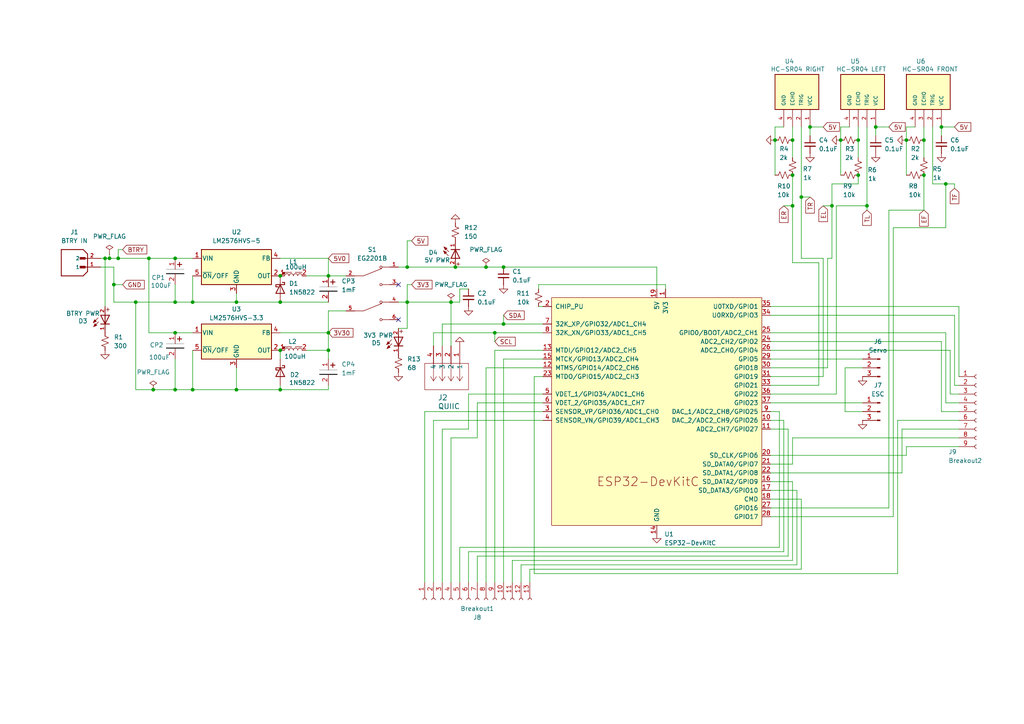
<source format=kicad_sch>
(kicad_sch (version 20231120) (generator "eeschema") (generator_version "8.0")
  (paper "A4")
  (lib_symbols
    (symbol "Connector:Conn_01x03_Pin" (pin_names (offset 1.016) hide)
      (property "Reference" "J" (at 0 5.08 0))
      (property "Value" "Conn_01x03_Pin" (at 0 -5.08 0))
      (symbol "Conn_01x03_Pin_1_1"
        (pin passive line (at 5.08 2.54 180) (length 3.81) (name "Pin_1") (number "1"))
        (pin passive line (at 5.08 0 180) (length 3.81) (name "Pin_2") (number "2"))
        (pin passive line (at 5.08 -2.54 180) (length 3.81) (name "Pin_3") (number "3"))
      )
    )
    (symbol "Connector:Conn_01x09_Socket" (pin_names (offset 1.016) hide)
      (property "Reference" "J" (at 0 12.7 0))
      (property "Value" "Conn_01x09_Socket" (at 0 -12.7 0))
      (symbol "Conn_01x09_Socket_1_1"
        (pin passive line (at -5.08 10.16 0) (length 3.81) (name "Pin_1") (number "1"))
        (pin passive line (at -5.08 7.62 0) (length 3.81) (name "Pin_2") (number "2"))
        (pin passive line (at -5.08 5.08 0) (length 3.81) (name "Pin_3") (number "3"))
        (pin passive line (at -5.08 2.54 0) (length 3.81) (name "Pin_4") (number "4"))
        (pin passive line (at -5.08 0 0) (length 3.81) (name "Pin_5") (number "5"))
        (pin passive line (at -5.08 -2.54 0) (length 3.81) (name "Pin_6") (number "6"))
        (pin passive line (at -5.08 -5.08 0) (length 3.81) (name "Pin_7") (number "7"))
        (pin passive line (at -5.08 -7.62 0) (length 3.81) (name "Pin_8") (number "8"))
        (pin passive line (at -5.08 -10.16 0) (length 3.81) (name "Pin_9") (number "9"))
      )
    )
    (symbol "Connector:Conn_01x13_Socket" (pin_names (offset 1.016) hide)
      (property "Reference" "J" (at 0 17.78 0))
      (property "Value" "Conn_01x13_Socket" (at 0 -17.78 0))
      (symbol "Conn_01x13_Socket_1_1"
        (pin passive line (at -5.08 15.24 0) (length 3.81) (name "Pin_1") (number "1"))
        (pin passive line (at -5.08 -7.62 0) (length 3.81) (name "Pin_10") (number "10"))
        (pin passive line (at -5.08 -10.16 0) (length 3.81) (name "Pin_11") (number "11"))
        (pin passive line (at -5.08 -12.7 0) (length 3.81) (name "Pin_12") (number "12"))
        (pin passive line (at -5.08 -15.24 0) (length 3.81) (name "Pin_13") (number "13"))
        (pin passive line (at -5.08 12.7 0) (length 3.81) (name "Pin_2") (number "2"))
        (pin passive line (at -5.08 10.16 0) (length 3.81) (name "Pin_3") (number "3"))
        (pin passive line (at -5.08 7.62 0) (length 3.81) (name "Pin_4") (number "4"))
        (pin passive line (at -5.08 5.08 0) (length 3.81) (name "Pin_5") (number "5"))
        (pin passive line (at -5.08 2.54 0) (length 3.81) (name "Pin_6") (number "6"))
        (pin passive line (at -5.08 0 0) (length 3.81) (name "Pin_7") (number "7"))
        (pin passive line (at -5.08 -2.54 0) (length 3.81) (name "Pin_8") (number "8"))
        (pin passive line (at -5.08 -5.08 0) (length 3.81) (name "Pin_9") (number "9"))
      )
    )
    (symbol "Device:C_Small" (pin_numbers hide) (pin_names (offset 0.254) hide)
      (property "Reference" "C" (at 0.254 1.778 0))
      (property "Value" "C_Small" (at 0.254 -2.032 0))
      (symbol "C_Small_1_1"
        (pin passive line (at 0 2.54 270) (length 2.032) (name "~") (number "1"))
        (pin passive line (at 0 -2.54 90) (length 2.032) (name "~") (number "2"))
      )
    )
    (symbol "Device:R_Small_US" (pin_numbers hide) (pin_names (offset 0.254) hide)
      (property "Reference" "R" (at 0.762 0.508 0))
      (property "Value" "R_Small_US" (at 0.762 -1.016 0))
      (symbol "R_Small_US_1_1"
        (pin passive line (at 0 2.54 270) (length 1.016) (name "~") (number "1"))
        (pin passive line (at 0 -2.54 90) (length 1.016) (name "~") (number "2"))
      )
    )
    (symbol "Diode:1N5822" (pin_numbers hide) (pin_names (offset 1.016) hide)
      (property "Reference" "D" (at 0 2.54 0))
      (property "Value" "1N5822" (at 0 -2.54 0))
      (symbol "1N5822_1_1"
        (pin passive line (at -3.81 0 0) (length 2.54) (name "K") (number "1"))
        (pin passive line (at 3.81 0 180) (length 2.54) (name "A") (number "2"))
      )
    )
    (symbol "JST_XH-A:B2B-XH-A" (pin_names (offset 1.016))
      (property "Reference" "J" (at -2.54 6.35 0))
      (property "Value" "B2B-XH-A" (at -2.54 -5.08 0))
      (symbol "B2B-XH-A_0_0"
        (pin passive line (at -7.62 2.54 0) (length 5.08) (name "1") (number "1"))
        (pin passive line (at -7.62 0 0) (length 5.08) (name "2") (number "2"))
      )
    )
    (symbol "PCM_Espressif:ESP32-DevKitC" (pin_names (offset 1.016))
      (property "Reference" "U" (at -30.48 38.1 0))
      (property "Value" "ESP32-DevKitC" (at -30.48 35.56 0))
      (symbol "ESP32-DevKitC_0_0"
        (text "ESP32-DevKitC" (at -2.54 -20.32 0) (effects (font (size 2.54 2.54))))
        (pin power_in line (at 0 -35.56 90) (length 2.54) (name "GND") (number "14"))
        (pin power_in line (at 0 35.56 270) (length 2.54) (name "5V") (number "19"))
      )
      (symbol "ESP32-DevKitC_1_1"
        (pin power_out line (at 2.54 35.56 270) (length 2.54) (name "3V3") (number "1"))
        (pin bidirectional line (at 33.02 -2.54 180) (length 2.54) (name "DAC_2/ADC2_CH9/GPIO26") (number "10"))
        (pin bidirectional line (at 33.02 -5.08 180) (length 2.54) (name "ADC2_CH7/GPIO27") (number "11"))
        (pin bidirectional line (at -33.02 12.7 0) (length 2.54) (name "MTMS/GPIO14/ADC2_CH6") (number "12"))
        (pin bidirectional line (at -33.02 17.78 0) (length 2.54) (name "MTDI/GPIO12/ADC2_CH5") (number "13"))
        (pin bidirectional line (at -33.02 15.24 0) (length 2.54) (name "MTCK/GPIO13/ADC2_CH4") (number "15"))
        (pin bidirectional line (at 33.02 -20.32 180) (length 2.54) (name "SD_DATA2/GPIO9") (number "16"))
        (pin bidirectional line (at 33.02 -22.86 180) (length 2.54) (name "SD_DATA3/GPIO10") (number "17"))
        (pin bidirectional line (at 33.02 -25.4 180) (length 2.54) (name "CMD") (number "18"))
        (pin input line (at -33.02 30.48 0) (length 2.54) (name "CHIP_PU") (number "2"))
        (pin bidirectional line (at 33.02 -12.7 180) (length 2.54) (name "SD_CLK/GPIO6") (number "20"))
        (pin bidirectional line (at 33.02 -15.24 180) (length 2.54) (name "SD_DATA0/GPIO7") (number "21"))
        (pin bidirectional line (at 33.02 -17.78 180) (length 2.54) (name "SD_DATA1/GPIO8") (number "22"))
        (pin bidirectional line (at -33.02 10.16 0) (length 2.54) (name "MTDO/GPIO15/ADC2_CH3") (number "23"))
        (pin bidirectional line (at 33.02 20.32 180) (length 2.54) (name "ADC2_CH2/GPIO2") (number "24"))
        (pin bidirectional line (at 33.02 22.86 180) (length 2.54) (name "GPIO0/BOOT/ADC2_CH1") (number "25"))
        (pin bidirectional line (at 33.02 17.78 180) (length 2.54) (name "ADC2_CH0/GPIO4") (number "26"))
        (pin bidirectional line (at 33.02 -27.94 180) (length 2.54) (name "GPIO16") (number "27"))
        (pin bidirectional line (at 33.02 -30.48 180) (length 2.54) (name "GPIO17") (number "28"))
        (pin bidirectional line (at 33.02 15.24 180) (length 2.54) (name "GPIO5") (number "29"))
        (pin input line (at -33.02 0 0) (length 2.54) (name "SENSOR_VP/GPIO36/ADC1_CH0") (number "3"))
        (pin bidirectional line (at 33.02 12.7 180) (length 2.54) (name "GPIO18") (number "30"))
        (pin bidirectional line (at 33.02 10.16 180) (length 2.54) (name "GPIO19") (number "31"))
        (pin passive line (at 0 -35.56 90) (length 2.54) hide (name "GND") (number "32"))
        (pin bidirectional line (at 33.02 7.62 180) (length 2.54) (name "GPIO21") (number "33"))
        (pin bidirectional line (at 33.02 27.94 180) (length 2.54) (name "U0RXD/GPIO3") (number "34"))
        (pin bidirectional line (at 33.02 30.48 180) (length 2.54) (name "U0TXD/GPIO1") (number "35"))
        (pin bidirectional line (at 33.02 5.08 180) (length 2.54) (name "GPIO22") (number "36"))
        (pin bidirectional line (at 33.02 2.54 180) (length 2.54) (name "GPIO23") (number "37"))
        (pin passive line (at 0 -35.56 90) (length 2.54) hide (name "GND") (number "38"))
        (pin input line (at -33.02 -2.54 0) (length 2.54) (name "SENSOR_VN/GPIO39/ADC1_CH3") (number "4"))
        (pin input line (at -33.02 5.08 0) (length 2.54) (name "VDET_1/GPIO34/ADC1_CH6") (number "5"))
        (pin input line (at -33.02 2.54 0) (length 2.54) (name "VDET_2/GPIO35/ADC1_CH7") (number "6"))
        (pin bidirectional line (at -33.02 25.4 0) (length 2.54) (name "32K_XP/GPIO32/ADC1_CH4") (number "7"))
        (pin bidirectional line (at -33.02 22.86 0) (length 2.54) (name "32K_XN/GPIO33/ADC1_CH5") (number "8"))
        (pin bidirectional line (at 33.02 0 180) (length 2.54) (name "DAC_1/ADC2_CH8/GPIO25") (number "9"))
      )
    )
    (symbol "Regulator_Switching:LM2576HVS-3.3" (pin_names (offset 0.254))
      (property "Reference" "U" (at -10.16 6.35 0))
      (property "Value" "LM2576HVS-3.3" (at 0 6.35 0))
      (symbol "LM2576HVS-3.3_1_1"
        (pin power_in line (at -12.7 2.54 0) (length 2.54) (name "VIN") (number "1"))
        (pin output line (at 12.7 -2.54 180) (length 2.54) (name "OUT") (number "2"))
        (pin power_in line (at 0 -7.62 90) (length 2.54) (name "GND") (number "3"))
        (pin input line (at 12.7 2.54 180) (length 2.54) (name "FB") (number "4"))
        (pin input line (at -12.7 -2.54 0) (length 2.54) (name "~{ON}/OFF") (number "5"))
      )
    )
    (symbol "Regulator_Switching:LM2576HVS-5" (pin_names (offset 0.254))
      (property "Reference" "U" (at -10.16 6.35 0))
      (property "Value" "LM2576HVS-5" (at 0 6.35 0))
      (symbol "LM2576HVS-5_1_1"
        (pin power_in line (at -12.7 2.54 0) (length 2.54) (name "VIN") (number "1"))
        (pin output line (at 12.7 -2.54 180) (length 2.54) (name "OUT") (number "2"))
        (pin power_in line (at 0 -7.62 90) (length 2.54) (name "GND") (number "3"))
        (pin input line (at 12.7 2.54 180) (length 2.54) (name "FB") (number "4"))
        (pin input line (at -12.7 -2.54 0) (length 2.54) (name "~{ON}/OFF") (number "5"))
      )
    )
    (symbol "SW_eswitch_dpdt_eg2201:EG2201B" (pin_names (offset 1.016))
      (property "Reference" "S" (at -2.54 10.16 0))
      (property "Value" "EG2201B" (at -2.54 -10.16 0))
      (symbol "EG2201B_0_0"
        (pin passive line (at 7.62 7.62 180) (length 2.54) (name "~") (number "1"))
        (pin passive line (at -7.62 5.08 0) (length 2.54) (name "~") (number "2"))
        (pin passive line (at 7.62 2.54 180) (length 2.54) (name "~") (number "3"))
        (pin passive line (at 7.62 -2.54 180) (length 2.54) (name "~") (number "4"))
        (pin passive line (at -7.62 -5.08 0) (length 2.54) (name "~") (number "5"))
        (pin passive line (at 7.62 -7.62 180) (length 2.54) (name "~") (number "6"))
      )
    )
    (symbol "WE-ASLI:D12.5L14_865080462016" (pin_names hide)
      (property "Reference" "CP" (at 0 5.08 0))
      (property "Value" "D12.5L14_865080462016" (at 0 -5.08 0))
      (symbol "D12.5L14_865080462016_1_1"
        (pin passive line (at -3.81 0 0) (length 3.175) (name "1") (number "1"))
        (pin passive line (at 3.81 0 180) (length 3.175) (name "2") (number "2"))
      )
    )
    (symbol "WurthE:D5L5.5_875105242010" (pin_names hide)
      (property "Reference" "CP" (at 0 5.08 0))
      (property "Value" "D5L5.5_875105242010" (at 0 -5.08 0))
      (symbol "D5L5.5_875105242010_1_1"
        (pin passive line (at -3.81 0 0) (length 3.175) (name "1") (number "1"))
        (pin passive line (at 3.81 0 180) (length 3.175) (name "2") (number "2"))
      )
    )
    (symbol "WurthE_inductors:1245_7447715101" (pin_names hide)
      (property "Reference" "L" (at 0 5.08 0))
      (property "Value" "1245_7447715101" (at 0 -2.54 0))
      (symbol "1245_7447715101_1_1"
        (pin passive line (at -3.81 0 0) (length 1.27) (name "1") (number "1"))
        (pin passive line (at 3.81 0 180) (length 1.27) (name "2") (number "2"))
      )
    )
    (symbol "Wurth_LED:WL-SMSW_3014" (pin_names (offset 1.016))
      (property "Reference" "D" (at 1.17 4.072 0))
      (property "Value" "WL-SMSW_3014" (at 1.26 -3.41 0))
      (symbol "WL-SMSW_3014_0_0"
        (text "+" (at 3.32 -1.44 0) (effects (font (size 1.27 1.27)) (justify left bottom)))
        (pin passive line (at -2.54 0 0) (length 2.54) (name "~") (number "1"))
        (pin passive line (at 5.08 0 180) (length 2.54) (name "~") (number "2"))
      )
    )
    (symbol "power:GND" (power) (pin_numbers hide) (pin_names (offset 0) hide)
      (property "Value" "GND" (at 0 -3.81 0))
      (symbol "GND_1_1"
        (pin power_in line (at 0 0 270) (length 0) (name "~") (number "1"))
      )
    )
    (symbol "power:PWR_FLAG" (power) (pin_numbers hide) (pin_names (offset 0) hide)
      (property "Value" "PWR_FLAG" (at 0 3.81 0))
      (symbol "PWR_FLAG_0_0"
        (pin power_out line (at 0 0 90) (length 0) (name "~") (number "1"))
      )
    )
    (symbol "quiic_jst:SM04B-SRSS-TB" (pin_names (offset 0.254))
      (property "Reference" "J" (at 8.89 6.35 0))
      (property "Value" "SM04B-SRSS-TB" (at 0 0 0))
      (symbol "SM04B-SRSS-TB_1_1"
        (pin power_in line (at 0 0 0) (length 5.08) (name "1") (number "1"))
        (pin power_in line (at 0 -2.54 0) (length 5.08) (name "2") (number "2"))
        (pin output line (at 0 -5.08 0) (length 5.08) (name "3") (number "3"))
        (pin output line (at 0 -7.62 0) (length 5.08) (name "4") (number "4"))
      )
      (symbol "SM04B-SRSS-TB_1_2"
        (pin unspecified line (at 0 0 0) (length 5.08) (name "1") (number "1"))
        (pin unspecified line (at 0 -2.54 0) (length 5.08) (name "2") (number "2"))
        (pin unspecified line (at 0 -5.08 0) (length 5.08) (name "3") (number "3"))
        (pin unspecified line (at 0 -7.62 0) (length 5.08) (name "4") (number "4"))
      )
    )
    (symbol "sonar:HC-SR04" (pin_names (offset 1.016))
      (property "Reference" "U" (at 0 5.0813 0))
      (property "Value" "HC-SR04" (at 0 -10.163 0))
      (symbol "HC-SR04_0_0"
        (pin power_in line (at -5.08 2.54 0) (length 5.08) (name "VCC") (number "1"))
        (pin bidirectional line (at -5.08 0 0) (length 5.08) (name "TRIG") (number "2"))
        (pin bidirectional line (at -5.08 -2.54 0) (length 5.08) (name "ECHO") (number "3"))
        (pin power_in line (at -5.08 -5.08 0) (length 5.08) (name "GND") (number "4"))
      )
    )
  )
  (junction (at 68.58 87.63))
  (junction (at 143.51 96.52))
  (junction (at 229.87 59.69))
  (junction (at 81.28 80.01))
  (junction (at 118.11 77.47))
  (junction (at 81.28 101.6))
  (junction (at 146.05 93.98))
  (junction (at 229.87 40.64))
  (junction (at 33.02 82.55))
  (junction (at 243.84 40.64))
  (junction (at 248.92 50.8))
  (junction (at 95.25 80.01))
  (junction (at 34.29 74.93))
  (junction (at 132.08 77.47))
  (junction (at 232.41 57.15))
  (junction (at 248.92 40.64))
  (junction (at 55.88 113.03))
  (junction (at 81.28 113.03))
  (junction (at 234.95 36.83))
  (junction (at 254 36.83))
  (junction (at 55.88 87.63))
  (junction (at 44.45 113.03))
  (junction (at 95.25 101.6))
  (junction (at 146.05 77.47))
  (junction (at 39.37 87.63))
  (junction (at 95.25 96.52))
  (junction (at 30.48 74.93))
  (junction (at 140.97 77.47))
  (junction (at 241.3 59.69))
  (junction (at 224.79 40.64))
  (junction (at 251.46 59.69))
  (junction (at 262.89 40.64))
  (junction (at 50.8 87.63))
  (junction (at 31.75 74.93))
  (junction (at 267.97 40.64))
  (junction (at 43.18 74.93))
  (junction (at 229.87 50.8))
  (junction (at 267.97 50.8))
  (junction (at 130.81 87.63))
  (junction (at 274.32 53.34))
  (junction (at 68.58 113.03))
  (junction (at 81.28 87.63))
  (junction (at 118.11 87.63))
  (junction (at 273.05 36.83))
  (junction (at 50.8 113.03))
  (junction (at 50.8 96.52))
  (junction (at 50.8 74.93))
  (no_connect (at 115.57 92.71))
  (no_connect (at 115.57 82.55))
  (wire (pts (xy 156.21 88.9) (xy 157.48 88.9)))
  (wire (pts (xy 275.59 114.3) (xy 278.13 114.3)))
  (wire (pts (xy 50.8 113.03) (xy 55.88 113.03)))
  (wire (pts (xy 229.87 40.64) (xy 229.87 45.72)))
  (wire (pts (xy 68.58 85.09) (xy 68.58 87.63)))
  (wire (pts (xy 276.86 91.44) (xy 276.86 111.76)))
  (wire (pts (xy 223.52 149.86) (xy 259.08 149.86)))
  (wire (pts (xy 243.84 36.83) (xy 243.84 40.64)))
  (wire (pts (xy 223.52 116.84) (xy 250.19 116.84)))
  (wire (pts (xy 133.35 158.75) (xy 133.35 168.91)))
  (wire (pts (xy 234.95 57.15) (xy 232.41 57.15)))
  (wire (pts (xy 133.35 87.63) (xy 130.81 87.63)))
  (wire (pts (xy 135.89 83.82) (xy 133.35 83.82)))
  (wire (pts (xy 68.58 106.68) (xy 68.58 113.03)))
  (wire (pts (xy 240.03 74.93) (xy 241.3 74.93)))
  (wire (pts (xy 135.89 124.46) (xy 128.27 124.46)))
  (wire (pts (xy 229.87 59.69) (xy 229.87 50.8)))
  (wire (pts (xy 229.87 36.83) (xy 229.87 40.64)))
  (wire (pts (xy 50.8 87.63) (xy 55.88 87.63)))
  (wire (pts (xy 50.8 104.14) (xy 50.8 113.03)))
  (wire (pts (xy 157.48 109.22) (xy 154.94 109.22)))
  (wire (pts (xy 275.59 101.6) (xy 275.59 114.3)))
  (wire (pts (xy 238.76 109.22) (xy 238.76 74.93)))
  (wire (pts (xy 262.89 40.64) (xy 262.89 50.8)))
  (wire (pts (xy 243.84 40.64) (xy 243.84 50.8)))
  (wire (pts (xy 140.97 106.68) (xy 140.97 168.91)))
  (wire (pts (xy 135.89 114.3) (xy 135.89 124.46)))
  (wire (pts (xy 248.92 53.34) (xy 248.92 50.8)))
  (wire (pts (xy 115.57 95.25) (xy 118.11 95.25)))
  (wire (pts (xy 276.86 36.83) (xy 273.05 36.83)))
  (wire (pts (xy 31.75 73.66) (xy 31.75 74.93)))
  (wire (pts (xy 125.73 121.92) (xy 125.73 168.91)))
  (wire (pts (xy 229.87 127) (xy 278.13 127)))
  (wire (pts (xy 262.89 132.08) (xy 262.89 129.54)))
  (wire (pts (xy 254 39.37) (xy 254 36.83)))
  (wire (pts (xy 193.04 82.55) (xy 193.04 83.82)))
  (wire (pts (xy 231.14 142.24) (xy 231.14 163.83)))
  (wire (pts (xy 157.48 104.14) (xy 146.05 104.14)))
  (wire (pts (xy 274.32 66.04) (xy 259.08 66.04)))
  (wire (pts (xy 39.37 87.63) (xy 50.8 87.63)))
  (wire (pts (xy 246.38 36.83) (xy 243.84 36.83)))
  (wire (pts (xy 270.51 53.34) (xy 270.51 36.83)))
  (wire (pts (xy 223.52 106.68) (xy 240.03 106.68)))
  (wire (pts (xy 118.11 82.55) (xy 118.11 87.63)))
  (wire (pts (xy 115.57 77.47) (xy 118.11 77.47)))
  (wire (pts (xy 273.05 99.06) (xy 273.05 119.38)))
  (wire (pts (xy 270.51 53.34) (xy 274.32 53.34)))
  (wire (pts (xy 81.28 96.52) (xy 95.25 96.52)))
  (wire (pts (xy 248.92 40.64) (xy 248.92 45.72)))
  (wire (pts (xy 29.21 77.47) (xy 33.02 77.47)))
  (wire (pts (xy 33.02 77.47) (xy 33.02 82.55)))
  (wire (pts (xy 237.49 111.76) (xy 223.52 111.76)))
  (wire (pts (xy 34.29 72.39) (xy 34.29 74.93)))
  (wire (pts (xy 278.13 88.9) (xy 278.13 109.22)))
  (wire (pts (xy 232.41 144.78) (xy 232.41 165.1)))
  (wire (pts (xy 30.48 74.93) (xy 31.75 74.93)))
  (wire (pts (xy 95.25 104.14) (xy 95.25 101.6)))
  (wire (pts (xy 228.6 161.29) (xy 138.43 161.29)))
  (wire (pts (xy 81.28 101.6) (xy 81.28 104.14)))
  (wire (pts (xy 151.13 163.83) (xy 151.13 168.91)))
  (wire (pts (xy 245.11 119.38) (xy 250.19 119.38)))
  (wire (pts (xy 260.35 121.92) (xy 278.13 121.92)))
  (wire (pts (xy 146.05 77.47) (xy 190.5 77.47)))
  (wire (pts (xy 140.97 77.47) (xy 146.05 77.47)))
  (wire (pts (xy 123.19 119.38) (xy 123.19 168.91)))
  (wire (pts (xy 248.92 36.83) (xy 248.92 40.64)))
  (wire (pts (xy 234.95 39.37) (xy 234.95 36.83)))
  (wire (pts (xy 267.97 40.64) (xy 267.97 45.72)))
  (wire (pts (xy 229.87 162.56) (xy 148.59 162.56)))
  (wire (pts (xy 257.81 147.32) (xy 257.81 60.96)))
  (wire (pts (xy 223.52 96.52) (xy 274.32 96.52)))
  (wire (pts (xy 100.33 90.17) (xy 95.25 90.17)))
  (wire (pts (xy 223.52 132.08) (xy 262.89 132.08)))
  (wire (pts (xy 223.52 142.24) (xy 231.14 142.24)))
  (wire (pts (xy 135.89 160.02) (xy 227.33 160.02)))
  (wire (pts (xy 138.43 127) (xy 130.81 127)))
  (wire (pts (xy 250.19 106.68) (xy 245.11 106.68)))
  (wire (pts (xy 31.75 74.93) (xy 34.29 74.93)))
  (wire (pts (xy 157.48 106.68) (xy 140.97 106.68)))
  (wire (pts (xy 227.33 59.69) (xy 229.87 59.69)))
  (wire (pts (xy 130.81 100.33) (xy 130.81 87.63)))
  (wire (pts (xy 81.28 113.03) (xy 95.25 113.03)))
  (wire (pts (xy 257.81 36.83) (xy 254 36.83)))
  (wire (pts (xy 223.52 104.14) (xy 250.19 104.14)))
  (wire (pts (xy 227.33 36.83) (xy 224.79 36.83)))
  (wire (pts (xy 223.52 144.78) (xy 232.41 144.78)))
  (wire (pts (xy 237.49 76.2) (xy 229.87 76.2)))
  (wire (pts (xy 156.21 82.55) (xy 193.04 82.55)))
  (wire (pts (xy 276.86 111.76) (xy 278.13 111.76)))
  (wire (pts (xy 157.48 101.6) (xy 143.51 101.6)))
  (wire (pts (xy 146.05 91.44) (xy 146.05 93.98)))
  (wire (pts (xy 95.25 96.52) (xy 95.25 101.6)))
  (wire (pts (xy 68.58 113.03) (xy 81.28 113.03)))
  (wire (pts (xy 241.3 74.93) (xy 241.3 59.69)))
  (wire (pts (xy 232.41 74.93) (xy 232.41 57.15)))
  (wire (pts (xy 261.62 124.46) (xy 278.13 124.46)))
  (wire (pts (xy 138.43 116.84) (xy 138.43 127)))
  (wire (pts (xy 157.48 116.84) (xy 138.43 116.84)))
  (wire (pts (xy 241.3 53.34) (xy 248.92 53.34)))
  (wire (pts (xy 138.43 161.29) (xy 138.43 168.91)))
  (wire (pts (xy 242.57 59.69) (xy 251.46 59.69)))
  (wire (pts (xy 223.52 137.16) (xy 261.62 137.16)))
  (wire (pts (xy 35.56 72.39) (xy 34.29 72.39)))
  (wire (pts (xy 128.27 124.46) (xy 128.27 168.91)))
  (wire (pts (xy 50.8 96.52) (xy 43.18 96.52)))
  (wire (pts (xy 223.52 121.92) (xy 227.33 121.92)))
  (wire (pts (xy 125.73 121.92) (xy 157.48 121.92)))
  (wire (pts (xy 128.27 93.98) (xy 146.05 93.98)))
  (wire (pts (xy 30.48 74.93) (xy 30.48 88.9)))
  (wire (pts (xy 50.8 96.52) (xy 55.88 96.52)))
  (wire (pts (xy 274.32 53.34) (xy 274.32 66.04)))
  (wire (pts (xy 35.56 82.55) (xy 33.02 82.55)))
  (wire (pts (xy 125.73 100.33) (xy 125.73 96.52)))
  (wire (pts (xy 260.35 166.37) (xy 260.35 121.92)))
  (wire (pts (xy 55.88 87.63) (xy 68.58 87.63)))
  (wire (pts (xy 274.32 96.52) (xy 274.32 116.84)))
  (wire (pts (xy 135.89 168.91) (xy 135.89 160.02)))
  (wire (pts (xy 29.21 74.93) (xy 30.48 74.93)))
  (wire (pts (xy 148.59 162.56) (xy 148.59 168.91)))
  (wire (pts (xy 146.05 104.14) (xy 146.05 168.91)))
  (wire (pts (xy 229.87 139.7) (xy 229.87 162.56)))
  (wire (pts (xy 190.5 77.47) (xy 190.5 83.82)))
  (wire (pts (xy 224.79 40.64) (xy 224.79 36.83)))
  (wire (pts (xy 146.05 93.98) (xy 157.48 93.98)))
  (wire (pts (xy 119.38 69.85) (xy 118.11 69.85)))
  (wire (pts (xy 240.03 74.93) (xy 240.03 106.68)))
  (wire (pts (xy 143.51 99.06) (xy 143.51 96.52)))
  (wire (pts (xy 118.11 77.47) (xy 132.08 77.47)))
  (wire (pts (xy 95.25 74.93) (xy 95.25 80.01)))
  (wire (pts (xy 118.11 87.63) (xy 115.57 87.63)))
  (wire (pts (xy 223.52 114.3) (xy 242.57 114.3)))
  (wire (pts (xy 95.25 113.03) (xy 95.25 111.76)))
  (wire (pts (xy 154.94 166.37) (xy 260.35 166.37)))
  (wire (pts (xy 238.76 59.69) (xy 241.3 59.69)))
  (wire (pts (xy 118.11 69.85) (xy 118.11 77.47)))
  (wire (pts (xy 50.8 74.93) (xy 55.88 74.93)))
  (wire (pts (xy 223.52 124.46) (xy 228.6 124.46)))
  (wire (pts (xy 259.08 66.04) (xy 259.08 149.86)))
  (wire (pts (xy 242.57 59.69) (xy 242.57 114.3)))
  (wire (pts (xy 232.41 165.1) (xy 153.67 165.1)))
  (wire (pts (xy 154.94 109.22) (xy 154.94 166.37)))
  (wire (pts (xy 68.58 87.63) (xy 81.28 87.63)))
  (wire (pts (xy 238.76 74.93) (xy 232.41 74.93)))
  (wire (pts (xy 224.79 50.8) (xy 224.79 40.64)))
  (wire (pts (xy 276.86 54.61) (xy 276.86 53.34)))
  (wire (pts (xy 232.41 57.15) (xy 232.41 36.83)))
  (wire (pts (xy 33.02 82.55) (xy 33.02 87.63)))
  (wire (pts (xy 156.21 83.82) (xy 156.21 82.55)))
  (wire (pts (xy 143.51 96.52) (xy 157.48 96.52)))
  (wire (pts (xy 44.45 113.03) (xy 39.37 113.03)))
  (wire (pts (xy 118.11 95.25) (xy 118.11 87.63)))
  (wire (pts (xy 130.81 127) (xy 130.81 168.91)))
  (wire (pts (xy 34.29 74.93) (xy 43.18 74.93)))
  (wire (pts (xy 228.6 124.46) (xy 228.6 161.29)))
  (wire (pts (xy 132.08 77.47) (xy 140.97 77.47)))
  (wire (pts (xy 274.32 116.84) (xy 278.13 116.84)))
  (wire (pts (xy 153.67 165.1) (xy 153.67 168.91)))
  (wire (pts (xy 119.38 82.55) (xy 118.11 82.55)))
  (wire (pts (xy 95.25 101.6) (xy 88.9 101.6)))
  (wire (pts (xy 229.87 134.62) (xy 229.87 127)))
  (wire (pts (xy 50.8 82.55) (xy 50.8 87.63)))
  (wire (pts (xy 265.43 36.83) (xy 262.89 36.83)))
  (wire (pts (xy 55.88 80.01) (xy 55.88 87.63)))
  (wire (pts (xy 262.89 129.54) (xy 278.13 129.54)))
  (wire (pts (xy 133.35 83.82) (xy 133.35 87.63)))
  (wire (pts (xy 227.33 160.02) (xy 227.33 121.92)))
  (wire (pts (xy 95.25 90.17) (xy 95.25 96.52)))
  (wire (pts (xy 223.52 101.6) (xy 275.59 101.6)))
  (wire (pts (xy 143.51 101.6) (xy 143.51 168.91)))
  (wire (pts (xy 223.52 99.06) (xy 273.05 99.06)))
  (wire (pts (xy 273.05 119.38) (xy 278.13 119.38)))
  (wire (pts (xy 226.06 158.75) (xy 133.35 158.75)))
  (wire (pts (xy 43.18 74.93) (xy 43.18 96.52)))
  (wire (pts (xy 273.05 39.37) (xy 273.05 36.83)))
  (wire (pts (xy 223.52 139.7) (xy 229.87 139.7)))
  (wire (pts (xy 267.97 36.83) (xy 267.97 40.64)))
  (wire (pts (xy 157.48 119.38) (xy 123.19 119.38)))
  (wire (pts (xy 257.81 60.96) (xy 267.97 60.96)))
  (wire (pts (xy 81.28 74.93) (xy 95.25 74.93)))
  (wire (pts (xy 223.52 88.9) (xy 278.13 88.9)))
  (wire (pts (xy 274.32 53.34) (xy 276.86 53.34)))
  (wire (pts (xy 245.11 106.68) (xy 245.11 119.38)))
  (wire (pts (xy 39.37 113.03) (xy 39.37 87.63)))
  (wire (pts (xy 118.11 87.63) (xy 130.81 87.63)))
  (wire (pts (xy 223.52 119.38) (xy 226.06 119.38)))
  (wire (pts (xy 88.9 80.01) (xy 95.25 80.01)))
  (wire (pts (xy 251.46 59.69) (xy 251.46 36.83)))
  (wire (pts (xy 262.89 36.83) (xy 262.89 40.64)))
  (wire (pts (xy 125.73 96.52) (xy 143.51 96.52)))
  (wire (pts (xy 251.46 59.69) (xy 251.46 60.96)))
  (wire (pts (xy 81.28 113.03) (xy 81.28 111.76)))
  (wire (pts (xy 267.97 60.96) (xy 267.97 50.8)))
  (wire (pts (xy 81.28 87.63) (xy 95.25 87.63)))
  (wire (pts (xy 229.87 76.2) (xy 229.87 59.69)))
  (wire (pts (xy 43.18 74.93) (xy 50.8 74.93)))
  (wire (pts (xy 223.52 147.32) (xy 257.81 147.32)))
  (wire (pts (xy 223.52 109.22) (xy 238.76 109.22)))
  (wire (pts (xy 128.27 100.33) (xy 128.27 93.98)))
  (wire (pts (xy 231.14 163.83) (xy 151.13 163.83)))
  (wire (pts (xy 55.88 101.6) (xy 55.88 113.03)))
  (wire (pts (xy 237.49 76.2) (xy 237.49 111.76)))
  (wire (pts (xy 226.06 119.38) (xy 226.06 158.75)))
  (wire (pts (xy 238.76 36.83) (xy 234.95 36.83)))
  (wire (pts (xy 241.3 59.69) (xy 241.3 53.34)))
  (wire (pts (xy 50.8 113.03) (xy 44.45 113.03)))
  (wire (pts (xy 223.52 134.62) (xy 229.87 134.62)))
  (wire (pts (xy 55.88 113.03) (xy 68.58 113.03)))
  (wire (pts (xy 33.02 87.63) (xy 39.37 87.63)))
  (wire (pts (xy 157.48 114.3) (xy 135.89 114.3)))
  (wire (pts (xy 223.52 91.44) (xy 276.86 91.44)))
  (wire (pts (xy 261.62 137.16) (xy 261.62 124.46)))
  (wire (pts (xy 95.25 80.01) (xy 100.33 80.01)))
  (global_label "EF" (shape input) (at 267.97 60.96 270) (property "Intersheetrefs" "${INTERSHEET_REFS}" (effects (hide yes))))
  (global_label "3V30" (shape input) (at 95.25 96.52 0) (property "Intersheetrefs" "${INTERSHEET_REFS}" (effects (hide yes))))
  (global_label "3V3" (shape input) (at 119.38 82.55 0) (property "Intersheetrefs" "${INTERSHEET_REFS}" (effects (hide yes))))
  (global_label "BTRY" (shape input) (at 35.56 72.39 0) (property "Intersheetrefs" "${INTERSHEET_REFS}" (effects (hide yes))))
  (global_label "5V" (shape input) (at 119.38 69.85 0) (property "Intersheetrefs" "${INTERSHEET_REFS}" (effects (hide yes))))
  (global_label "TF" (shape input) (at 276.86 54.61 270) (property "Intersheetrefs" "${INTERSHEET_REFS}" (effects (hide yes))))
  (global_label "5V" (shape input) (at 276.86 36.83 0) (property "Intersheetrefs" "${INTERSHEET_REFS}" (effects (hide yes))))
  (global_label "TL" (shape input) (at 251.46 60.96 270) (property "Intersheetrefs" "${INTERSHEET_REFS}" (effects (hide yes))))
  (global_label "5V0" (shape input) (at 95.25 74.93 0) (property "Intersheetrefs" "${INTERSHEET_REFS}" (effects (hide yes))))
  (global_label "SCL" (shape input) (at 143.51 99.06 0) (property "Intersheetrefs" "${INTERSHEET_REFS}" (effects (hide yes))))
  (global_label "5V" (shape input) (at 238.76 36.83 0) (property "Intersheetrefs" "${INTERSHEET_REFS}" (effects (hide yes))))
  (global_label "TR" (shape input) (at 234.95 57.15 270) (property "Intersheetrefs" "${INTERSHEET_REFS}" (effects (hide yes))))
  (global_label "5V" (shape input) (at 257.81 36.83 0) (property "Intersheetrefs" "${INTERSHEET_REFS}" (effects (hide yes))))
  (global_label "GND" (shape input) (at 35.56 82.55 0) (property "Intersheetrefs" "${INTERSHEET_REFS}" (effects (hide yes))))
  (global_label "SDA" (shape input) (at 146.05 91.44 0) (property "Intersheetrefs" "${INTERSHEET_REFS}" (effects (hide yes))))
  (global_label "EL" (shape input) (at 238.76 59.69 270) (property "Intersheetrefs" "${INTERSHEET_REFS}" (effects (hide yes))))
  (global_label "ER" (shape input) (at 227.33 59.69 270) (property "Intersheetrefs" "${INTERSHEET_REFS}" (effects (hide yes))))
  (symbol (lib_id "sonar:HC-SR04") (at 232.41 31.75 270) (mirror x) (unit 1)
    (property "Reference" "U4" (at 227.584 17.78 90) (effects (justify left)))
    (property "Value" "HC-SR04 RIGHT" (at 223.52 20.066 90) (effects (justify left)))
    (property "Footprint" "sonar:XCVR_HC-SR04" (effects (hide yes)))
    (property "MF" "SparkFun Electronics" (effects (hide yes)))
    (property "Description_1" "\n                        \n                            HC-SR04 Ultrasonic Sensor Qwiic Platform Evaluation Expansion Board\n                        \n" (effects (hide yes)))
    (property "Package" "None" (effects (hide yes)))
    (property "Price" "None" (effects (hide yes)))
    (property "Check_prices" "https://www.snapeda.com/parts/HC-SR04/SparkFun/view-part/?ref=eda" (effects (hide yes)))
    (property "SnapEDA_Link" "https://www.snapeda.com/parts/HC-SR04/SparkFun/view-part/?ref=snap" (effects (hide yes)))
    (property "MP" "HC-SR04" (effects (hide yes)))
    (property "Availability" "Not in stock" (effects (hide yes)))
    (property "MANUFACTURER" "Osepp" (effects (hide yes)))
  )
  (symbol (lib_id "Device:R_Small_US") (at 246.38 40.64 270) (unit 1)
    (property "Reference" "R3" (at 245.11 43.1799 90) (effects (justify left)))
    (property "Value" "2k" (at 245.11 45.7199 90) (effects (justify left)))
    (property "Footprint" "Resistor_SMD:R_1206_3216Metric_Pad1.30x1.75mm_HandSolder" (effects (hide yes)))
    (property "Description" "Resistor, small US symbol" (effects (hide yes)))
  )
  (symbol (lib_id "power:PWR_FLAG") (at 130.81 87.63 0) (unit 1)
    (property "Reference" "#FLG06" (effects (hide yes)))
    (property "Value" "PWR_FLAG" (at 130.81 82.55 0))
    (property "Description" "Special symbol for telling ERC where power comes from" (effects (hide yes)))
  )
  (symbol (lib_id "Device:R_Small_US") (at 248.92 48.26 0) (unit 1)
    (property "Reference" "R6" (at 252.984 49.276 0))
    (property "Value" "1k" (at 252.984 51.816 0))
    (property "Footprint" "Resistor_SMD:R_1206_3216Metric_Pad1.30x1.75mm_HandSolder" (effects (hide yes)))
    (property "Description" "Resistor, small US symbol" (effects (hide yes)))
  )
  (symbol (lib_id "Device:C_Small") (at 254 41.91 0) (unit 1)
    (property "Reference" "C5" (at 256.54 40.6462 0) (effects (justify left)))
    (property "Value" "0.1uF" (at 256.54 43.1862 0) (effects (justify left)))
    (property "Footprint" "Capacitor_SMD:C_1206_3216Metric_Pad1.33x1.80mm_HandSolder" (effects (hide yes)))
    (property "Description" "Unpolarized capacitor, small symbol" (effects (hide yes)))
  )
  (symbol (lib_id "power:GND") (at 135.89 88.9 0) (unit 1)
    (property "Reference" "#PWR015" (effects (hide yes)))
    (property "Value" "GND" (effects (hide yes)))
    (property "Description" "Power symbol creates a global label with name \"GND\" , ground" (effects (hide yes)))
  )
  (symbol (lib_id "power:GND") (at 146.05 82.55 0) (unit 1)
    (property "Reference" "#PWR014" (effects (hide yes)))
    (property "Value" "GND" (effects (hide yes)))
    (property "Description" "Power symbol creates a global label with name \"GND\" , ground" (effects (hide yes)))
  )
  (symbol (lib_id "Device:C_Small") (at 135.89 86.36 0) (unit 1)
    (property "Reference" "C2" (at 138.43 85.0962 0) (effects (justify left)))
    (property "Value" "0.1uF" (at 138.43 87.6362 0) (effects (justify left)))
    (property "Footprint" "Capacitor_SMD:C_1206_3216Metric_Pad1.33x1.80mm_HandSolder" (effects (hide yes)))
    (property "Description" "Unpolarized capacitor, small symbol" (effects (hide yes)))
  )
  (symbol (lib_id "power:GND") (at 250.19 109.22 0) (unit 1)
    (property "Reference" "#PWR03" (effects (hide yes)))
    (property "Value" "GND" (effects (hide yes)))
    (property "Description" "Power symbol creates a global label with name \"GND\" , ground" (effects (hide yes)))
  )
  (symbol (lib_id "Wurth_LED:WL-SMSW_3014") (at 115.57 100.33 90) (unit 1)
    (property "Reference" "D5" (at 110.49 99.4618 90) (effects (justify left)))
    (property "Value" "3V3 PWR" (at 114.046 97.282 90) (effects (justify left)))
    (property "Footprint" "wurth_led:WL-SMSW_3014_LED" (effects (hide yes)))
  )
  (symbol (lib_id "sonar:HC-SR04") (at 251.46 31.75 270) (mirror x) (unit 1)
    (property "Reference" "U5" (at 246.634 17.78 90) (effects (justify left)))
    (property "Value" "HC-SR04 LEFT" (at 242.57 20.066 90) (effects (justify left)))
    (property "Footprint" "sonar:XCVR_HC-SR04" (effects (hide yes)))
    (property "MF" "SparkFun Electronics" (effects (hide yes)))
    (property "Description_1" "\n                        \n                            HC-SR04 Ultrasonic Sensor Qwiic Platform Evaluation Expansion Board\n                        \n" (effects (hide yes)))
    (property "Package" "None" (effects (hide yes)))
    (property "Price" "None" (effects (hide yes)))
    (property "Check_prices" "https://www.snapeda.com/parts/HC-SR04/SparkFun/view-part/?ref=eda" (effects (hide yes)))
    (property "SnapEDA_Link" "https://www.snapeda.com/parts/HC-SR04/SparkFun/view-part/?ref=snap" (effects (hide yes)))
    (property "MP" "HC-SR04" (effects (hide yes)))
    (property "Availability" "Not in stock" (effects (hide yes)))
    (property "MANUFACTURER" "Osepp" (effects (hide yes)))
  )
  (symbol (lib_id "Wurth_LED:WL-SMSW_3014") (at 132.08 72.39 90) (mirror x) (unit 1)
    (property "Reference" "D4" (at 127 73.2582 90) (effects (justify left)))
    (property "Value" "5V PWR" (at 130.556 75.438 90) (effects (justify left)))
    (property "Footprint" "wurth_led:WL-SMSW_3014_LED" (effects (hide yes)))
  )
  (symbol (lib_id "power:GND") (at 132.08 64.77 180) (unit 1)
    (property "Reference" "#PWR07" (effects (hide yes)))
    (property "Value" "GND" (effects (hide yes)))
    (property "Description" "Power symbol creates a global label with name \"GND\" , ground" (effects (hide yes)))
  )
  (symbol (lib_id "Device:R_Small_US") (at 267.97 48.26 0) (unit 1)
    (property "Reference" "R5" (at 271.78 49.022 0))
    (property "Value" "1k" (at 271.78 51.562 0))
    (property "Footprint" "Resistor_SMD:R_1206_3216Metric_Pad1.30x1.75mm_HandSolder" (effects (hide yes)))
    (property "Description" "Resistor, small US symbol" (effects (hide yes)))
  )
  (symbol (lib_id "WurthE:D5L5.5_875105242010") (at 50.8 100.33 90) (mirror x) (unit 1)
    (property "Reference" "CP2" (at 43.434 100.076 90) (effects (justify right)))
    (property "Value" "100uF" (at 43.18 103.632 90) (effects (justify right)))
    (property "Footprint" "WurthE:CP_Wurth_WCAP-PSLP-D5L5.5" (effects (hide yes)))
    (property "Datasheet" "https://www.we-online.com/catalog/datasheet/875105242010.pdf?ki" (effects (hide yes)))
    (property "Description" "Aluminum Polymer Capacitors Low Profile" (effects (hide yes)))
    (property "Manufacturer" "Wurth Elektronik" (effects (hide yes)))
    (property "Manufacturer URL" "https://www.we-online.com" (effects (hide yes)))
    (property "Published Date" "20250102" (effects (hide yes)))
    (property "Match Code" "WCAP-PSLP" (effects (hide yes)))
    (property "Part Number" "875105242010" (effects (hide yes)))
    (property "Size" "D5L5.5" (effects (hide yes)))
    (property "Mounting Technology" "SMT" (effects (hide yes)))
    (property "Endurance (h)" "2000" (effects (hide yes)))
    (property "Operating Temperature" "-55 °C up to +105 °C" (effects (hide yes)))
    (property "IRIPPLE (mA)" "1970" (effects (hide yes)))
    (property "RESR (mΩ)" "30" (effects (hide yes)))
    (property "ILeak (µA)" "300" (effects (hide yes)))
    (property "DF (%)" "8" (effects (hide yes)))
    (property "Ø D (mm)" "5.0" (effects (hide yes)))
    (property "L (mm)" "5.5" (effects (hide yes)))
  )
  (symbol (lib_id "power:PWR_FLAG") (at 140.97 77.47 0) (unit 1)
    (property "Reference" "#FLG05" (effects (hide yes)))
    (property "Value" "PWR_FLAG" (at 140.97 72.39 0))
    (property "Description" "Special symbol for telling ERC where power comes from" (effects (hide yes)))
  )
  (symbol (lib_id "PCM_Espressif:ESP32-DevKitC") (at 190.5 119.38 0) (unit 1)
    (property "Reference" "U1" (at 192.6941 154.94 0) (effects (justify left)))
    (property "Value" "ESP32-DevKitC" (at 192.6941 157.48 0) (effects (justify left)))
    (property "Footprint" "PCM_Espressif:ESP32-DevKitC" (effects (hide yes)))
    (property "Datasheet" "https://docs.espressif.com/projects/esp-idf/zh_CN/latest/esp32/hw-reference/esp32/get-started-devkitc.html" (effects (hide yes)))
    (property "Description" "Development Kit" (effects (hide yes)))
  )
  (symbol (lib_id "WurthE_inductors:1245_7447715101") (at 85.09 101.6 0) (unit 1)
    (property "Reference" "L2" (at 84.836 99.06 0))
    (property "Value" "100uH" (at 85.598 103.378 0))
    (property "Footprint" "WE-PD:L_Wurth_WE-PD-1245" (effects (hide yes)))
    (property "Datasheet" "https://www.we-online.com/catalog/datasheet/7447715101.pdf?ki" (effects (hide yes)))
    (property "Description" "WE-PD SMT Power Inductor" (effects (hide yes)))
    (property "Manufacturer" "Wurth Elektronik" (effects (hide yes)))
    (property "Manufacturer URL" "https://www.we-online.com" (effects (hide yes)))
    (property "Published Date" "20241205" (effects (hide yes)))
    (property "Match Code" "WE-PD" (effects (hide yes)))
    (property "Part Number" "7447715101" (effects (hide yes)))
    (property "Size" "1245" (effects (hide yes)))
    (property "Mounting Technology" "SMT" (effects (hide yes)))
    (property "L (µH)" "100.0" (effects (hide yes)))
    (property "IRP,40K (A)" "1.95" (effects (hide yes)))
    (property "ISAT (A)" "1.4" (effects (hide yes)))
    (property "RDC max. (mΩ)" "270.0" (effects (hide yes)))
    (property "fres (MHz)" "6.9" (effects (hide yes)))
    (property "Version" "Standard" (effects (hide yes)))
  )
  (symbol (lib_id "power:GND") (at 234.95 44.45 0) (unit 1)
    (property "Reference" "#PWR011" (effects (hide yes)))
    (property "Value" "GND" (effects (hide yes)))
    (property "Description" "Power symbol creates a global label with name \"GND\" , ground" (effects (hide yes)))
  )
  (symbol (lib_id "Regulator_Switching:LM2576HVS-3.3") (at 68.58 99.06 0) (unit 1)
    (property "Reference" "U3" (at 68.58 89.662 0))
    (property "Value" "LM2576HVS-3.3" (at 68.58 92.202 0))
    (property "Footprint" "Package_TO_SOT_SMD:TO-263-5_TabPin3" (effects (hide yes)))
    (property "Datasheet" "http://www.ti.com/lit/ds/symlink/lm2576.pdf" (effects (hide yes)))
    (property "Description" "3.3V, 3A, SIMPLE SWITCHER® Step-Down Voltage Regulator, High Voltage Input, TO-263" (effects (hide yes)))
  )
  (symbol (lib_id "power:PWR_FLAG") (at 31.75 73.66 0) (unit 1)
    (property "Reference" "#FLG02" (effects (hide yes)))
    (property "Value" "PWR_FLAG" (at 31.75 68.58 0))
    (property "Description" "Special symbol for telling ERC where power comes from" (effects (hide yes)))
  )
  (symbol (lib_id "Device:R_Small_US") (at 227.33 40.64 270) (unit 1)
    (property "Reference" "R4" (at 226.06 43.1799 90) (effects (justify left)))
    (property "Value" "2k" (at 226.06 45.7199 90) (effects (justify left)))
    (property "Footprint" "Resistor_SMD:R_1206_3216Metric_Pad1.30x1.75mm_HandSolder" (effects (hide yes)))
    (property "Description" "Resistor, small US symbol" (effects (hide yes)))
  )
  (symbol (lib_id "power:GND") (at 273.05 44.45 0) (unit 1)
    (property "Reference" "#PWR013" (effects (hide yes)))
    (property "Value" "GND" (effects (hide yes)))
    (property "Description" "Power symbol creates a global label with name \"GND\" , ground" (effects (hide yes)))
  )
  (symbol (lib_id "sonar:HC-SR04") (at 270.51 31.75 270) (mirror x) (unit 1)
    (property "Reference" "U6" (at 265.684 17.78 90) (effects (justify left)))
    (property "Value" "HC-SR04 FRONT" (at 261.62 20.066 90) (effects (justify left)))
    (property "Footprint" "sonar:XCVR_HC-SR04" (effects (hide yes)))
    (property "MF" "SparkFun Electronics" (effects (hide yes)))
    (property "Description_1" "\n                        \n                            HC-SR04 Ultrasonic Sensor Qwiic Platform Evaluation Expansion Board\n                        \n" (effects (hide yes)))
    (property "Package" "None" (effects (hide yes)))
    (property "Price" "None" (effects (hide yes)))
    (property "Check_prices" "https://www.snapeda.com/parts/HC-SR04/SparkFun/view-part/?ref=eda" (effects (hide yes)))
    (property "SnapEDA_Link" "https://www.snapeda.com/parts/HC-SR04/SparkFun/view-part/?ref=snap" (effects (hide yes)))
    (property "MP" "HC-SR04" (effects (hide yes)))
    (property "Availability" "Not in stock" (effects (hide yes)))
    (property "MANUFACTURER" "Osepp" (effects (hide yes)))
  )
  (symbol (lib_id "power:GND") (at 243.84 40.64 270) (unit 1)
    (property "Reference" "#PWR09" (effects (hide yes)))
    (property "Value" "GND" (effects (hide yes)))
    (property "Description" "Power symbol creates a global label with name \"GND\" , ground" (effects (hide yes)))
  )
  (symbol (lib_id "Device:R_Small_US") (at 227.33 50.8 270) (unit 1)
    (property "Reference" "R10" (at 225.425 53.9749 90) (effects (justify left)))
    (property "Value" "10k" (at 225.425 56.5149 90) (effects (justify left)))
    (property "Footprint" "Resistor_SMD:R_1206_3216Metric_Pad1.30x1.75mm_HandSolder" (effects (hide yes)))
    (property "Description" "Resistor, small US symbol" (effects (hide yes)))
  )
  (symbol (lib_id "Device:R_Small_US") (at 156.21 86.36 0) (mirror y) (unit 1)
    (property "Reference" "R11" (at 153.67 85.0899 0) (effects (justify left)))
    (property "Value" "10k" (at 153.67 87.6299 0) (effects (justify left)))
    (property "Footprint" "Resistor_SMD:R_1206_3216Metric_Pad1.30x1.75mm_HandSolder" (effects (hide yes)))
    (property "Description" "Resistor, small US symbol" (effects (hide yes)))
  )
  (symbol (lib_id "Connector:Conn_01x03_Pin") (at 255.27 106.68 0) (mirror y) (unit 1)
    (property "Reference" "J6" (at 254.635 99.06 0))
    (property "Value" "Servo" (at 254.635 101.6 0))
    (property "Footprint" "Connector_JST:JST_XH_B3B-XH-A_1x03_P2.50mm_Vertical" (effects (hide yes)))
    (property "Description" "Generic connector, single row, 01x03, script generated" (effects (hide yes)))
  )
  (symbol (lib_id "Device:R_Small_US") (at 265.43 50.8 270) (unit 1)
    (property "Reference" "R8" (at 263.525 53.9749 90) (effects (justify left)))
    (property "Value" "10k" (at 263.525 56.5149 90) (effects (justify left)))
    (property "Footprint" "Resistor_SMD:R_1206_3216Metric_Pad1.30x1.75mm_HandSolder" (effects (hide yes)))
    (property "Description" "Resistor, small US symbol" (effects (hide yes)))
  )
  (symbol (lib_id "Device:R_Small_US") (at 30.48 99.06 0) (unit 1)
    (property "Reference" "R1" (at 33.02 97.7899 0) (effects (justify left)))
    (property "Value" "300" (at 33.02 100.3299 0) (effects (justify left)))
    (property "Footprint" "Resistor_SMD:R_1206_3216Metric_Pad1.30x1.75mm_HandSolder" (effects (hide yes)))
    (property "Description" "Resistor, small US symbol" (effects (hide yes)))
  )
  (symbol (lib_id "JST_XH-A:B2B-XH-A") (at 21.59 74.93 180) (unit 1)
    (property "Reference" "J1" (at 21.59 67.31 0))
    (property "Value" "BTRY IN" (at 21.59 69.85 0))
    (property "Footprint" "jst_xh:JST_B2B-XH-A" (effects (hide yes)))
    (property "PARTREV" "N/A" (effects (hide yes)))
    (property "STANDARD" "Manufacturer Recommendations" (effects (hide yes)))
    (property "MAXIMUM_PACKAGE_HEIGHT" "7 mm" (effects (hide yes)))
    (property "MANUFACTURER" "JST Sales America Inc." (effects (hide yes)))
  )
  (symbol (lib_id "power:GND") (at 115.57 107.95 0) (unit 1)
    (property "Reference" "#PWR08" (effects (hide yes)))
    (property "Value" "GND" (effects (hide yes)))
    (property "Description" "Power symbol creates a global label with name \"GND\" , ground" (effects (hide yes)))
  )
  (symbol (lib_id "power:GND") (at 30.48 101.6 0) (unit 1)
    (property "Reference" "#PWR01" (effects (hide yes)))
    (property "Value" "GND" (effects (hide yes)))
    (property "Description" "Power symbol creates a global label with name \"GND\" , ground" (effects (hide yes)))
  )
  (symbol (lib_id "WE-ASLI:D12.5L14_865080462016") (at 95.25 107.95 90) (mirror x) (unit 1)
    (property "Reference" "CP4" (at 99.06 105.6639 90) (effects (justify right)))
    (property "Value" "1mF" (at 99.06 108.2039 90) (effects (justify right)))
    (property "Footprint" "WurthE:CP_Wurth_WCAP-ASLI-D12.5L14" (effects (hide yes)))
    (property "Datasheet" "https://www.we-online.com/catalog/datasheet/865080462016.pdf?ki" (effects (hide yes)))
    (property "Description" "Aluminum Electrolytic Capacitors Low Impedance +105 °C" (effects (hide yes)))
    (property "Manufacturer" "Wurth Elektronik" (effects (hide yes)))
    (property "Manufacturer URL" "https://www.we-online.com" (effects (hide yes)))
    (property "Published Date" "20241231" (effects (hide yes)))
    (property "Match Code" "WCAP-ASLI" (effects (hide yes)))
    (property "Part Number" "865080462016" (effects (hide yes)))
    (property "Size" "D12.5L14" (effects (hide yes)))
    (property "Mounting Technology" "SMT" (effects (hide yes)))
    (property "C" "1000 µF" (effects (hide yes)))
    (property "VR (V (DC))" "25.0" (effects (hide yes)))
    (property "Endurance (h)" "5000" (effects (hide yes)))
    (property "Operating Temperature" "-55 °C up to +105 °C" (effects (hide yes)))
    (property "IRIPPLE (mA)" "1100.0" (effects (hide yes)))
    (property "Z (mΩ)" "80" (effects (hide yes)))
    (property "ILeak (µA)" "250.0" (effects (hide yes)))
    (property "DF (%)" "14" (effects (hide yes)))
    (property "Ø D (mm)" "12.5" (effects (hide yes)))
    (property "L (mm)" "14.0" (effects (hide yes)))
  )
  (symbol (lib_id "Device:C_Small") (at 234.95 41.91 0) (unit 1)
    (property "Reference" "C4" (at 237.49 40.6462 0) (effects (justify left)))
    (property "Value" "0.1uF" (at 237.49 43.1862 0) (effects (justify left)))
    (property "Footprint" "Capacitor_SMD:C_1206_3216Metric_Pad1.33x1.80mm_HandSolder" (effects (hide yes)))
    (property "Description" "Unpolarized capacitor, small symbol" (effects (hide yes)))
  )
  (symbol (lib_id "Connector:Conn_01x03_Pin") (at 255.27 119.38 0) (mirror y) (unit 1)
    (property "Reference" "J7" (at 254.635 111.76 0))
    (property "Value" "ESC" (at 254.635 114.3 0))
    (property "Footprint" "Connector_JST:JST_XH_B3B-XH-A_1x03_P2.50mm_Vertical" (effects (hide yes)))
    (property "Description" "Generic connector, single row, 01x03, script generated" (effects (hide yes)))
  )
  (symbol (lib_id "Diode:1N5822") (at 81.28 83.82 270) (unit 1)
    (property "Reference" "D1" (at 83.82 82.2324 90) (effects (justify left)))
    (property "Value" "1N5822" (at 83.82 84.7724 90) (effects (justify left)))
    (property "Footprint" "Diode_THT:D_DO-201AD_P15.24mm_Horizontal" (effects (hide yes)))
    (property "Datasheet" "http://www.vishay.com/docs/88526/1n5820.pdf" (effects (hide yes)))
    (property "Description" "40V 3A Schottky Barrier Rectifier Diode, DO-201AD" (effects (hide yes)))
  )
  (symbol (lib_id "power:GND") (at 250.19 121.92 0) (unit 1)
    (property "Reference" "#PWR04" (effects (hide yes)))
    (property "Value" "GND" (effects (hide yes)))
    (property "Description" "Power symbol creates a global label with name \"GND\" , ground" (effects (hide yes)))
  )
  (symbol (lib_id "Device:R_Small_US") (at 246.38 50.8 270) (unit 1)
    (property "Reference" "R9" (at 244.475 53.9749 90) (effects (justify left)))
    (property "Value" "10k" (at 244.475 56.5149 90) (effects (justify left)))
    (property "Footprint" "Resistor_SMD:R_1206_3216Metric_Pad1.30x1.75mm_HandSolder" (effects (hide yes)))
    (property "Description" "Resistor, small US symbol" (effects (hide yes)))
  )
  (symbol (lib_id "WurthE_inductors:1245_7447715101") (at 85.09 80.01 0) (unit 1)
    (property "Reference" "L1" (at 85.09 75.946 0))
    (property "Value" "100uH" (at 85.852 77.47 0))
    (property "Footprint" "WE-PD:L_Wurth_WE-PD-1245" (effects (hide yes)))
    (property "Datasheet" "https://www.we-online.com/catalog/datasheet/7447715101.pdf?ki" (effects (hide yes)))
    (property "Description" "WE-PD SMT Power Inductor" (effects (hide yes)))
    (property "Manufacturer" "Wurth Elektronik" (effects (hide yes)))
    (property "Manufacturer URL" "https://www.we-online.com" (effects (hide yes)))
    (property "Published Date" "20241205" (effects (hide yes)))
    (property "Match Code" "WE-PD" (effects (hide yes)))
    (property "Part Number" "7447715101" (effects (hide yes)))
    (property "Size" "1245" (effects (hide yes)))
    (property "Mounting Technology" "SMT" (effects (hide yes)))
    (property "L (µH)" "100.0" (effects (hide yes)))
    (property "IRP,40K (A)" "1.95" (effects (hide yes)))
    (property "ISAT (A)" "1.4" (effects (hide yes)))
    (property "RDC max. (mΩ)" "270.0" (effects (hide yes)))
    (property "fres (MHz)" "6.9" (effects (hide yes)))
    (property "Version" "Standard" (effects (hide yes)))
  )
  (symbol (lib_id "Device:R_Small_US") (at 132.08 67.31 180) (unit 1)
    (property "Reference" "R12" (at 134.62 66.0399 0) (effects (justify right)))
    (property "Value" "150" (at 134.62 68.5799 0) (effects (justify right)))
    (property "Footprint" "Resistor_SMD:R_1206_3216Metric_Pad1.30x1.75mm_HandSolder" (effects (hide yes)))
    (property "Description" "Resistor, small US symbol" (effects (hide yes)))
  )
  (symbol (lib_id "Device:R_Small_US") (at 115.57 105.41 0) (unit 1)
    (property "Reference" "R13" (at 118.11 104.1399 0) (effects (justify left)))
    (property "Value" "68" (at 118.11 106.6799 0) (effects (justify left)))
    (property "Footprint" "Resistor_SMD:R_1206_3216Metric_Pad1.30x1.75mm_HandSolder" (effects (hide yes)))
    (property "Description" "Resistor, small US symbol" (effects (hide yes)))
  )
  (symbol (lib_id "power:GND") (at 224.79 40.64 270) (unit 1)
    (property "Reference" "#PWR010" (effects (hide yes)))
    (property "Value" "GND" (effects (hide yes)))
    (property "Description" "Power symbol creates a global label with name \"GND\" , ground" (effects (hide yes)))
  )
  (symbol (lib_id "power:PWR_FLAG") (at 44.45 113.03 0) (unit 1)
    (property "Reference" "#FLG04" (effects (hide yes)))
    (property "Value" "PWR_FLAG" (at 44.45 107.95 0))
    (property "Description" "Special symbol for telling ERC where power comes from" (effects (hide yes)))
  )
  (symbol (lib_id "Device:C_Small") (at 273.05 41.91 0) (unit 1)
    (property "Reference" "C6" (at 275.59 40.6462 0) (effects (justify left)))
    (property "Value" "0.1uF" (at 275.59 43.1862 0) (effects (justify left)))
    (property "Footprint" "Capacitor_SMD:C_1206_3216Metric_Pad1.33x1.80mm_HandSolder" (effects (hide yes)))
    (property "Description" "Unpolarized capacitor, small symbol" (effects (hide yes)))
  )
  (symbol (lib_id "Connector:Conn_01x13_Socket") (at 138.43 173.99 90) (mirror x) (unit 1)
    (property "Reference" "J8" (at 138.43 179.07 90))
    (property "Value" "Breakout1" (at 138.43 176.53 90))
    (property "Footprint" "Connector_PinSocket_2.54mm:PinSocket_1x13_P2.54mm_Vertical" (effects (hide yes)))
    (property "Description" "Generic connector, single row, 01x13, script generated" (effects (hide yes)))
  )
  (symbol (lib_id "Device:C_Small") (at 146.05 80.01 0) (unit 1)
    (property "Reference" "C1" (at 148.59 78.7462 0) (effects (justify left)))
    (property "Value" "0.1uF" (at 148.59 81.2862 0) (effects (justify left)))
    (property "Footprint" "Capacitor_SMD:C_1206_3216Metric_Pad1.33x1.80mm_HandSolder" (effects (hide yes)))
    (property "Description" "Unpolarized capacitor, small symbol" (effects (hide yes)))
  )
  (symbol (lib_id "power:GND") (at 254 44.45 0) (unit 1)
    (property "Reference" "#PWR012" (effects (hide yes)))
    (property "Value" "GND" (effects (hide yes)))
    (property "Description" "Power symbol creates a global label with name \"GND\" , ground" (effects (hide yes)))
  )
  (symbol (lib_id "WE-ASLI:D12.5L14_865080462016") (at 95.25 83.82 90) (mirror x) (unit 1)
    (property "Reference" "CP3" (at 99.06 81.5339 90) (effects (justify right)))
    (property "Value" "1mF" (at 99.06 84.0739 90) (effects (justify right)))
    (property "Footprint" "WurthE:CP_Wurth_WCAP-ASLI-D12.5L14" (effects (hide yes)))
    (property "Datasheet" "https://www.we-online.com/catalog/datasheet/865080462016.pdf?ki" (effects (hide yes)))
    (property "Description" "Aluminum Electrolytic Capacitors Low Impedance +105 °C" (effects (hide yes)))
    (property "Manufacturer" "Wurth Elektronik" (effects (hide yes)))
    (property "Manufacturer URL" "https://www.we-online.com" (effects (hide yes)))
    (property "Published Date" "20241231" (effects (hide yes)))
    (property "Match Code" "WCAP-ASLI" (effects (hide yes)))
    (property "Part Number" "865080462016" (effects (hide yes)))
    (property "Size" "D12.5L14" (effects (hide yes)))
    (property "Mounting Technology" "SMT" (effects (hide yes)))
    (property "C" "1000 µF" (effects (hide yes)))
    (property "VR (V (DC))" "25.0" (effects (hide yes)))
    (property "Endurance (h)" "5000" (effects (hide yes)))
    (property "Operating Temperature" "-55 °C up to +105 °C" (effects (hide yes)))
    (property "IRIPPLE (mA)" "1100.0" (effects (hide yes)))
    (property "Z (mΩ)" "80" (effects (hide yes)))
    (property "ILeak (µA)" "250.0" (effects (hide yes)))
    (property "DF (%)" "14" (effects (hide yes)))
    (property "Ø D (mm)" "12.5" (effects (hide yes)))
    (property "L (mm)" "14.0" (effects (hide yes)))
  )
  (symbol (lib_id "quiic_jst:SM04B-SRSS-TB") (at 133.35 100.33 270) (unit 1)
    (property "Reference" "J2" (at 127 115.316 90) (effects (font (size 1.524 1.524)) (justify left)))
    (property "Value" "QUIIC" (at 127 117.856 90) (effects (font (size 1.524 1.524)) (justify left)))
    (property "Footprint" "quiic_jst:CONN_SM04B-SRSS-TB_JST" (effects (hide yes)))
    (property "Datasheet" "SM04B-SRSS-TB" (effects (hide yes)))
  )
  (symbol (lib_id "Wurth_LED:WL-SMSW_3014") (at 30.48 93.98 90) (unit 1)
    (property "Reference" "D3" (at 25.4 93.1118 90) (effects (justify left)))
    (property "Value" "BTRY PWR" (at 28.956 90.932 90) (effects (justify left)))
    (property "Footprint" "wurth_led:WL-SMSW_3014_LED" (effects (hide yes)))
  )
  (symbol (lib_id "power:GND") (at 190.5 154.94 0) (unit 1)
    (property "Reference" "#PWR05" (effects (hide yes)))
    (property "Value" "GND" (effects (hide yes)))
    (property "Description" "Power symbol creates a global label with name \"GND\" , ground" (effects (hide yes)))
  )
  (symbol (lib_id "power:GND") (at 133.35 100.33 180) (unit 1)
    (property "Reference" "#PWR06" (effects (hide yes)))
    (property "Value" "GND" (effects (hide yes)))
    (property "Description" "Power symbol creates a global label with name \"GND\" , ground" (effects (hide yes)))
  )
  (symbol (lib_id "Device:R_Small_US") (at 229.87 48.26 0) (unit 1)
    (property "Reference" "R7" (at 234.188 49.022 0))
    (property "Value" "1k" (at 234.188 51.562 0))
    (property "Footprint" "Resistor_SMD:R_1206_3216Metric_Pad1.30x1.75mm_HandSolder" (effects (hide yes)))
    (property "Description" "Resistor, small US symbol" (effects (hide yes)))
  )
  (symbol (lib_id "power:GND") (at 262.89 40.64 270) (unit 1)
    (property "Reference" "#PWR02" (effects (hide yes)))
    (property "Value" "GND" (effects (hide yes)))
    (property "Description" "Power symbol creates a global label with name \"GND\" , ground" (effects (hide yes)))
  )
  (symbol (lib_id "Diode:1N5822") (at 81.28 107.95 270) (unit 1)
    (property "Reference" "D2" (at 84.074 108.712 90) (effects (justify left)))
    (property "Value" "1N5822" (at 83.82 110.998 90) (effects (justify left)))
    (property "Footprint" "Diode_THT:D_DO-201AD_P15.24mm_Horizontal" (effects (hide yes)))
    (property "Datasheet" "http://www.vishay.com/docs/88526/1n5820.pdf" (effects (hide yes)))
    (property "Description" "40V 3A Schottky Barrier Rectifier Diode, DO-201AD" (effects (hide yes)))
  )
  (symbol (lib_id "SW_eswitch_dpdt_eg2201:EG2201B") (at 107.95 85.09 0) (unit 1)
    (property "Reference" "S1" (at 107.95 72.39 0))
    (property "Value" "EG2201B" (at 107.95 74.93 0))
    (property "Footprint" "switch_eg2201_dpdt:SW_EG2201B" (effects (hide yes)))
    (property "PARTREV" "C" (effects (hide yes)))
    (property "STANDARD" "Manufacturer Recommendations" (effects (hide yes)))
    (property "SNAPEDA_PN" "EG2201B" (effects (hide yes)))
    (property "MAXIMUM_PACKAGE_HEIGHT" "17 mm" (effects (hide yes)))
    (property "MANUFACTURER" "E-Switch" (effects (hide yes)))
  )
  (symbol (lib_id "WurthE:D5L5.5_875105242010") (at 50.8 78.74 90) (mirror x) (unit 1)
    (property "Reference" "CP1" (at 43.942 80.518 90) (effects (justify right)))
    (property "Value" "100uF" (at 43.688 82.804 90) (effects (justify right)))
    (property "Footprint" "WurthE:CP_Wurth_WCAP-PSLP-D5L5.5" (effects (hide yes)))
    (property "Datasheet" "https://www.we-online.com/catalog/datasheet/875105242010.pdf?ki" (effects (hide yes)))
    (property "Description" "Aluminum Polymer Capacitors Low Profile" (effects (hide yes)))
    (property "Manufacturer" "Wurth Elektronik" (effects (hide yes)))
    (property "Manufacturer URL" "https://www.we-online.com" (effects (hide yes)))
    (property "Published Date" "20250102" (effects (hide yes)))
    (property "Match Code" "WCAP-PSLP" (effects (hide yes)))
    (property "Part Number" "875105242010" (effects (hide yes)))
    (property "Size" "D5L5.5" (effects (hide yes)))
    (property "Mounting Technology" "SMT" (effects (hide yes)))
    (property "Endurance (h)" "2000" (effects (hide yes)))
    (property "Operating Temperature" "-55 °C up to +105 °C" (effects (hide yes)))
    (property "IRIPPLE (mA)" "1970" (effects (hide yes)))
    (property "RESR (mΩ)" "30" (effects (hide yes)))
    (property "ILeak (µA)" "300" (effects (hide yes)))
    (property "DF (%)" "8" (effects (hide yes)))
    (property "Ø D (mm)" "5.0" (effects (hide yes)))
    (property "L (mm)" "5.5" (effects (hide yes)))
  )
  (symbol (lib_id "Connector:Conn_01x09_Socket") (at 283.21 119.38 0) (unit 1)
    (property "Reference" "J9" (at 275.082 131.064 0) (effects (justify left)))
    (property "Value" "Breakout2" (at 275.082 133.604 0) (effects (justify left)))
    (property "Footprint" "Connector_PinSocket_2.54mm:PinSocket_1x09_P2.54mm_Vertical" (effects (hide yes)))
    (property "Description" "Generic connector, single row, 01x09, script generated" (effects (hide yes)))
  )
  (symbol (lib_id "Device:R_Small_US") (at 265.43 40.64 270) (unit 1)
    (property "Reference" "R2" (at 264.16 43.1799 90) (effects (justify left)))
    (property "Value" "2k" (at 264.16 45.7199 90) (effects (justify left)))
    (property "Footprint" "Resistor_SMD:R_1206_3216Metric_Pad1.30x1.75mm_HandSolder" (effects (hide yes)))
    (property "Description" "Resistor, small US symbol" (effects (hide yes)))
  )
  (symbol (lib_id "Regulator_Switching:LM2576HVS-5") (at 68.58 77.47 0) (unit 1)
    (property "Reference" "U2" (at 68.58 67.31 0))
    (property "Value" "LM2576HVS-5" (at 68.58 69.85 0))
    (property "Footprint" "Package_TO_SOT_SMD:TO-263-5_TabPin3" (effects (hide yes)))
    (property "Datasheet" "http://www.ti.com/lit/ds/symlink/lm2576.pdf" (effects (hide yes)))
    (property "Description" "5V 3A, SIMPLE SWITCHER® Step-Down Voltage Regulator, High Voltage Input, TO-263" (effects (hide yes)))
  )
)
</source>
